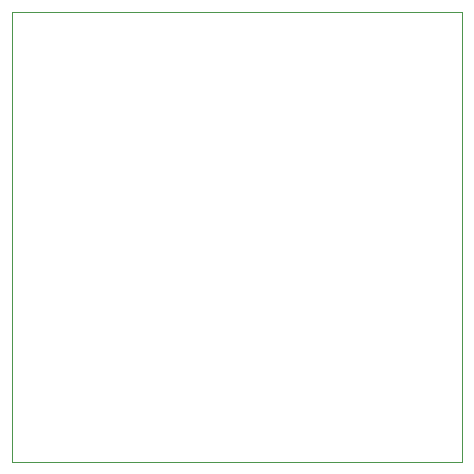
<source format=gbr>
%TF.GenerationSoftware,KiCad,Pcbnew,(6.0.7)*%
%TF.CreationDate,2022-09-13T12:21:28-04:00*%
%TF.ProjectId,switch-board,73776974-6368-42d6-926f-6172642e6b69,A*%
%TF.SameCoordinates,Original*%
%TF.FileFunction,Profile,NP*%
%FSLAX46Y46*%
G04 Gerber Fmt 4.6, Leading zero omitted, Abs format (unit mm)*
G04 Created by KiCad (PCBNEW (6.0.7)) date 2022-09-13 12:21:28*
%MOMM*%
%LPD*%
G01*
G04 APERTURE LIST*
%TA.AperFunction,Profile*%
%ADD10C,0.100000*%
%TD*%
G04 APERTURE END LIST*
D10*
X127000000Y-82550000D02*
X88900000Y-82550000D01*
X88900000Y-44450000D01*
X127000000Y-44450000D01*
X127000000Y-82550000D01*
M02*

</source>
